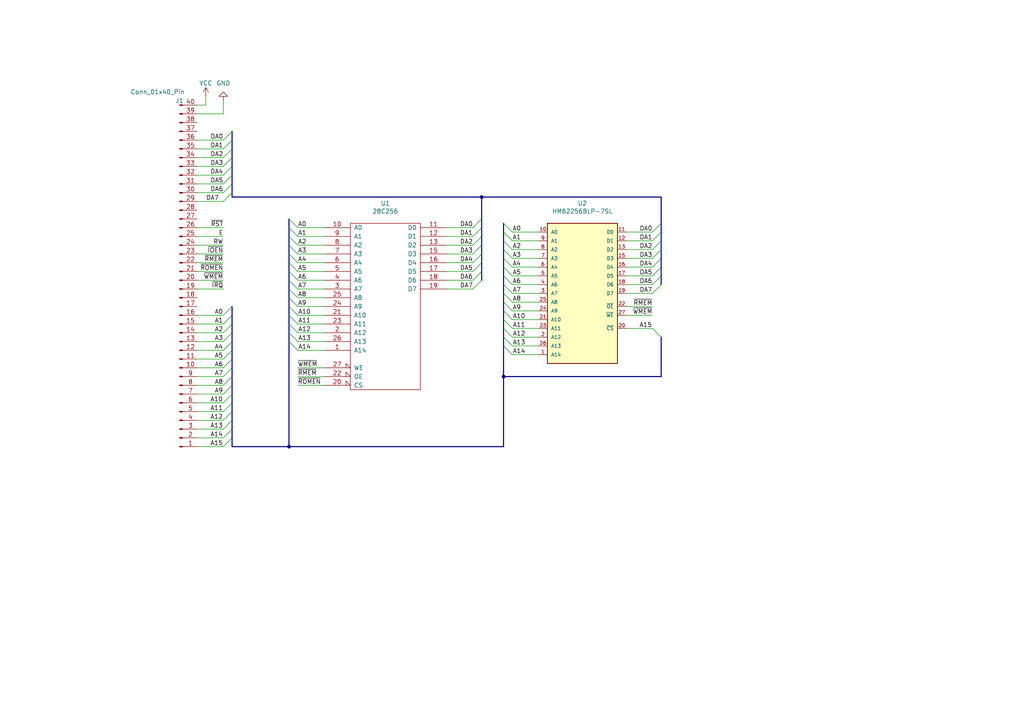
<source format=kicad_sch>
(kicad_sch (version 20230121) (generator eeschema)
  (paper "A4")
  (lib_symbols
    (symbol "Connector:Conn_01x40_Pin" (pin_names (offset 1.016) hide)
      (property "Reference" "J" (at 0 50.8 0))
      (property "Value" "Conn_01x40_Pin" (at 0 -53.34 0))
      (symbol "Conn_01x40_Pin_1_1"
        (polyline (pts (xy 1.27 -50.8) (xy 0.8636 -50.8)) (stroke (width 0.1524)))
        (polyline (pts (xy 1.27 -48.26) (xy 0.8636 -48.26)) (stroke (width 0.1524)))
        (polyline (pts (xy 1.27 -45.72) (xy 0.8636 -45.72)) (stroke (width 0.1524)))
        (polyline (pts (xy 1.27 -43.18) (xy 0.8636 -43.18)) (stroke (width 0.1524)))
        (polyline (pts (xy 1.27 -40.64) (xy 0.8636 -40.64)) (stroke (width 0.1524)))
        (polyline (pts (xy 1.27 -38.1) (xy 0.8636 -38.1)) (stroke (width 0.1524)))
        (polyline (pts (xy 1.27 -35.56) (xy 0.8636 -35.56)) (stroke (width 0.1524)))
        (polyline (pts (xy 1.27 -33.02) (xy 0.8636 -33.02)) (stroke (width 0.1524)))
        (polyline (pts (xy 1.27 -30.48) (xy 0.8636 -30.48)) (stroke (width 0.1524)))
        (polyline (pts (xy 1.27 -27.94) (xy 0.8636 -27.94)) (stroke (width 0.1524)))
        (polyline (pts (xy 1.27 -25.4) (xy 0.8636 -25.4)) (stroke (width 0.1524)))
        (polyline (pts (xy 1.27 -22.86) (xy 0.8636 -22.86)) (stroke (width 0.1524)))
        (polyline (pts (xy 1.27 -20.32) (xy 0.8636 -20.32)) (stroke (width 0.1524)))
        (polyline (pts (xy 1.27 -17.78) (xy 0.8636 -17.78)) (stroke (width 0.1524)))
        (polyline (pts (xy 1.27 -15.24) (xy 0.8636 -15.24)) (stroke (width 0.1524)))
        (polyline (pts (xy 1.27 -12.7) (xy 0.8636 -12.7)) (stroke (width 0.1524)))
        (polyline (pts (xy 1.27 -10.16) (xy 0.8636 -10.16)) (stroke (width 0.1524)))
        (polyline (pts (xy 1.27 -7.62) (xy 0.8636 -7.62)) (stroke (width 0.1524)))
        (polyline (pts (xy 1.27 -5.08) (xy 0.8636 -5.08)) (stroke (width 0.1524)))
        (polyline (pts (xy 1.27 -2.54) (xy 0.8636 -2.54)) (stroke (width 0.1524)))
        (polyline (pts (xy 1.27 0) (xy 0.8636 0)) (stroke (width 0.1524)))
        (polyline (pts (xy 1.27 2.54) (xy 0.8636 2.54)) (stroke (width 0.1524)))
        (polyline (pts (xy 1.27 5.08) (xy 0.8636 5.08)) (stroke (width 0.1524)))
        (polyline (pts (xy 1.27 7.62) (xy 0.8636 7.62)) (stroke (width 0.1524)))
        (polyline (pts (xy 1.27 10.16) (xy 0.8636 10.16)) (stroke (width 0.1524)))
        (polyline (pts (xy 1.27 12.7) (xy 0.8636 12.7)) (stroke (width 0.1524)))
        (polyline (pts (xy 1.27 15.24) (xy 0.8636 15.24)) (stroke (width 0.1524)))
        (polyline (pts (xy 1.27 17.78) (xy 0.8636 17.78)) (stroke (width 0.1524)))
        (polyline (pts (xy 1.27 20.32) (xy 0.8636 20.32)) (stroke (width 0.1524)))
        (polyline (pts (xy 1.27 22.86) (xy 0.8636 22.86)) (stroke (width 0.1524)))
        (polyline (pts (xy 1.27 25.4) (xy 0.8636 25.4)) (stroke (width 0.1524)))
        (polyline (pts (xy 1.27 27.94) (xy 0.8636 27.94)) (stroke (width 0.1524)))
        (polyline (pts (xy 1.27 30.48) (xy 0.8636 30.48)) (stroke (width 0.1524)))
        (polyline (pts (xy 1.27 33.02) (xy 0.8636 33.02)) (stroke (width 0.1524)))
        (polyline (pts (xy 1.27 35.56) (xy 0.8636 35.56)) (stroke (width 0.1524)))
        (polyline (pts (xy 1.27 38.1) (xy 0.8636 38.1)) (stroke (width 0.1524)))
        (polyline (pts (xy 1.27 40.64) (xy 0.8636 40.64)) (stroke (width 0.1524)))
        (polyline (pts (xy 1.27 43.18) (xy 0.8636 43.18)) (stroke (width 0.1524)))
        (polyline (pts (xy 1.27 45.72) (xy 0.8636 45.72)) (stroke (width 0.1524)))
        (polyline (pts (xy 1.27 48.26) (xy 0.8636 48.26)) (stroke (width 0.1524)))
        (rectangle (start 0.8636 -50.673) (end 0 -50.927) (stroke (width 0.1524)) (fill (type outline)))
        (rectangle (start 0.8636 -48.133) (end 0 -48.387) (stroke (width 0.1524)) (fill (type outline)))
        (rectangle (start 0.8636 -45.593) (end 0 -45.847) (stroke (width 0.1524)) (fill (type outline)))
        (rectangle (start 0.8636 -43.053) (end 0 -43.307) (stroke (width 0.1524)) (fill (type outline)))
        (rectangle (start 0.8636 -40.513) (end 0 -40.767) (stroke (width 0.1524)) (fill (type outline)))
        (rectangle (start 0.8636 -37.973) (end 0 -38.227) (stroke (width 0.1524)) (fill (type outline)))
        (rectangle (start 0.8636 -35.433) (end 0 -35.687) (stroke (width 0.1524)) (fill (type outline)))
        (rectangle (start 0.8636 -32.893) (end 0 -33.147) (stroke (width 0.1524)) (fill (type outline)))
        (rectangle (start 0.8636 -30.353) (end 0 -30.607) (stroke (width 0.1524)) (fill (type outline)))
        (rectangle (start 0.8636 -27.813) (end 0 -28.067) (stroke (width 0.1524)) (fill (type outline)))
        (rectangle (start 0.8636 -25.273) (end 0 -25.527) (stroke (width 0.1524)) (fill (type outline)))
        (rectangle (start 0.8636 -22.733) (end 0 -22.987) (stroke (width 0.1524)) (fill (type outline)))
        (rectangle (start 0.8636 -20.193) (end 0 -20.447) (stroke (width 0.1524)) (fill (type outline)))
        (rectangle (start 0.8636 -17.653) (end 0 -17.907) (stroke (width 0.1524)) (fill (type outline)))
        (rectangle (start 0.8636 -15.113) (end 0 -15.367) (stroke (width 0.1524)) (fill (type outline)))
        (rectangle (start 0.8636 -12.573) (end 0 -12.827) (stroke (width 0.1524)) (fill (type outline)))
        (rectangle (start 0.8636 -10.033) (end 0 -10.287) (stroke (width 0.1524)) (fill (type outline)))
        (rectangle (start 0.8636 -7.493) (end 0 -7.747) (stroke (width 0.1524)) (fill (type outline)))
        (rectangle (start 0.8636 -4.953) (end 0 -5.207) (stroke (width 0.1524)) (fill (type outline)))
        (rectangle (start 0.8636 -2.413) (end 0 -2.667) (stroke (width 0.1524)) (fill (type outline)))
        (rectangle (start 0.8636 0.127) (end 0 -0.127) (stroke (width 0.1524)) (fill (type outline)))
        (rectangle (start 0.8636 2.667) (end 0 2.413) (stroke (width 0.1524)) (fill (type outline)))
        (rectangle (start 0.8636 5.207) (end 0 4.953) (stroke (width 0.1524)) (fill (type outline)))
        (rectangle (start 0.8636 7.747) (end 0 7.493) (stroke (width 0.1524)) (fill (type outline)))
        (rectangle (start 0.8636 10.287) (end 0 10.033) (stroke (width 0.1524)) (fill (type outline)))
        (rectangle (start 0.8636 12.827) (end 0 12.573) (stroke (width 0.1524)) (fill (type outline)))
        (rectangle (start 0.8636 15.367) (end 0 15.113) (stroke (width 0.1524)) (fill (type outline)))
        (rectangle (start 0.8636 17.907) (end 0 17.653) (stroke (width 0.1524)) (fill (type outline)))
        (rectangle (start 0.8636 20.447) (end 0 20.193) (stroke (width 0.1524)) (fill (type outline)))
        (rectangle (start 0.8636 22.987) (end 0 22.733) (stroke (width 0.1524)) (fill (type outline)))
        (rectangle (start 0.8636 25.527) (end 0 25.273) (stroke (width 0.1524)) (fill (type outline)))
        (rectangle (start 0.8636 28.067) (end 0 27.813) (stroke (width 0.1524)) (fill (type outline)))
        (rectangle (start 0.8636 30.607) (end 0 30.353) (stroke (width 0.1524)) (fill (type outline)))
        (rectangle (start 0.8636 33.147) (end 0 32.893) (stroke (width 0.1524)) (fill (type outline)))
        (rectangle (start 0.8636 35.687) (end 0 35.433) (stroke (width 0.1524)) (fill (type outline)))
        (rectangle (start 0.8636 38.227) (end 0 37.973) (stroke (width 0.1524)) (fill (type outline)))
        (rectangle (start 0.8636 40.767) (end 0 40.513) (stroke (width 0.1524)) (fill (type outline)))
        (rectangle (start 0.8636 43.307) (end 0 43.053) (stroke (width 0.1524)) (fill (type outline)))
        (rectangle (start 0.8636 45.847) (end 0 45.593) (stroke (width 0.1524)) (fill (type outline)))
        (rectangle (start 0.8636 48.387) (end 0 48.133) (stroke (width 0.1524)) (fill (type outline)))
        (pin passive line (at 5.08 48.26 180) (length 3.81) (name "Pin_1") (number "1"))
        (pin passive line (at 5.08 25.4 180) (length 3.81) (name "Pin_10") (number "10"))
        (pin passive line (at 5.08 22.86 180) (length 3.81) (name "Pin_11") (number "11"))
        (pin passive line (at 5.08 20.32 180) (length 3.81) (name "Pin_12") (number "12"))
        (pin passive line (at 5.08 17.78 180) (length 3.81) (name "Pin_13") (number "13"))
        (pin passive line (at 5.08 15.24 180) (length 3.81) (name "Pin_14") (number "14"))
        (pin passive line (at 5.08 12.7 180) (length 3.81) (name "Pin_15") (number "15"))
        (pin passive line (at 5.08 10.16 180) (length 3.81) (name "Pin_16") (number "16"))
        (pin passive line (at 5.08 7.62 180) (length 3.81) (name "Pin_17") (number "17"))
        (pin passive line (at 5.08 5.08 180) (length 3.81) (name "Pin_18") (number "18"))
        (pin passive line (at 5.08 2.54 180) (length 3.81) (name "Pin_19") (number "19"))
        (pin passive line (at 5.08 45.72 180) (length 3.81) (name "Pin_2") (number "2"))
        (pin passive line (at 5.08 0 180) (length 3.81) (name "Pin_20") (number "20"))
        (pin passive line (at 5.08 -2.54 180) (length 3.81) (name "Pin_21") (number "21"))
        (pin passive line (at 5.08 -5.08 180) (length 3.81) (name "Pin_22") (number "22"))
        (pin passive line (at 5.08 -7.62 180) (length 3.81) (name "Pin_23") (number "23"))
        (pin passive line (at 5.08 -10.16 180) (length 3.81) (name "Pin_24") (number "24"))
        (pin passive line (at 5.08 -12.7 180) (length 3.81) (name "Pin_25") (number "25"))
        (pin passive line (at 5.08 -15.24 180) (length 3.81) (name "Pin_26") (number "26"))
        (pin passive line (at 5.08 -17.78 180) (length 3.81) (name "Pin_27") (number "27"))
        (pin passive line (at 5.08 -20.32 180) (length 3.81) (name "Pin_28") (number "28"))
        (pin passive line (at 5.08 -22.86 180) (length 3.81) (name "Pin_29") (number "29"))
        (pin passive line (at 5.08 43.18 180) (length 3.81) (name "Pin_3") (number "3"))
        (pin passive line (at 5.08 -25.4 180) (length 3.81) (name "Pin_30") (number "30"))
        (pin passive line (at 5.08 -27.94 180) (length 3.81) (name "Pin_31") (number "31"))
        (pin passive line (at 5.08 -30.48 180) (length 3.81) (name "Pin_32") (number "32"))
        (pin passive line (at 5.08 -33.02 180) (length 3.81) (name "Pin_33") (number "33"))
        (pin passive line (at 5.08 -35.56 180) (length 3.81) (name "Pin_34") (number "34"))
        (pin passive line (at 5.08 -38.1 180) (length 3.81) (name "Pin_35") (number "35"))
        (pin passive line (at 5.08 -40.64 180) (length 3.81) (name "Pin_36") (number "36"))
        (pin passive line (at 5.08 -43.18 180) (length 3.81) (name "Pin_37") (number "37"))
        (pin passive line (at 5.08 -45.72 180) (length 3.81) (name "Pin_38") (number "38"))
        (pin passive line (at 5.08 -48.26 180) (length 3.81) (name "Pin_39") (number "39"))
        (pin passive line (at 5.08 40.64 180) (length 3.81) (name "Pin_4") (number "4"))
        (pin passive line (at 5.08 -50.8 180) (length 3.81) (name "Pin_40") (number "40"))
        (pin passive line (at 5.08 38.1 180) (length 3.81) (name "Pin_5") (number "5"))
        (pin passive line (at 5.08 35.56 180) (length 3.81) (name "Pin_6") (number "6"))
        (pin passive line (at 5.08 33.02 180) (length 3.81) (name "Pin_7") (number "7"))
        (pin passive line (at 5.08 30.48 180) (length 3.81) (name "Pin_8") (number "8"))
        (pin passive line (at 5.08 27.94 180) (length 3.81) (name "Pin_9") (number "9"))
      )
    )
    (symbol "memory:28C256" (pin_names (offset 1.016))
      (property "Reference" "U" (at 5.08 25.4 0))
      (property "Value" "28C256" (at 7.62 -25.4 0))
      (symbol "28C256_0_0"
        (pin power_in line (at 0 -25.4 90) (length 1.27) hide (name "GND") (number "14"))
        (pin power_in line (at 0 25.4 270) (length 1.27) hide (name "VCC") (number "28"))
      )
      (symbol "28C256_0_1"
        (rectangle (start -10.16 24.13) (end 10.16 -24.13))
      )
      (symbol "28C256_1_1"
        (pin input line (at -17.78 -12.7 0) (length 7.62) (name "A14") (number "1"))
        (pin input line (at -17.78 22.86 0) (length 7.62) (name "A0") (number "10"))
        (pin tri_state line (at 17.78 22.86 180) (length 7.62) (name "D0") (number "11"))
        (pin tri_state line (at 17.78 20.32 180) (length 7.62) (name "D1") (number "12"))
        (pin tri_state line (at 17.78 17.78 180) (length 7.62) (name "D2") (number "13"))
        (pin tri_state line (at 17.78 15.24 180) (length 7.62) (name "D3") (number "15"))
        (pin tri_state line (at 17.78 12.7 180) (length 7.62) (name "D4") (number "16"))
        (pin tri_state line (at 17.78 10.16 180) (length 7.62) (name "D5") (number "17"))
        (pin tri_state line (at 17.78 7.62 180) (length 7.62) (name "D6") (number "18"))
        (pin tri_state line (at 17.78 5.08 180) (length 7.62) (name "D7") (number "19"))
        (pin input line (at -17.78 -7.62 0) (length 7.62) (name "A12") (number "2"))
        (pin input input_low (at -17.78 -22.86 0) (length 7.62) (name "CS") (number "20"))
        (pin input line (at -17.78 -2.54 0) (length 7.62) (name "A10") (number "21"))
        (pin input input_low (at -17.78 -20.32 0) (length 7.62) (name "OE") (number "22"))
        (pin input line (at -17.78 -5.08 0) (length 7.62) (name "A11") (number "23"))
        (pin input line (at -17.78 0 0) (length 7.62) (name "A9") (number "24"))
        (pin input line (at -17.78 2.54 0) (length 7.62) (name "A8") (number "25"))
        (pin input line (at -17.78 -10.16 0) (length 7.62) (name "A13") (number "26"))
        (pin input input_low (at -17.78 -17.78 0) (length 7.62) (name "WE") (number "27"))
        (pin input line (at -17.78 5.08 0) (length 7.62) (name "A7") (number "3"))
        (pin input line (at -17.78 7.62 0) (length 7.62) (name "A6") (number "4"))
        (pin input line (at -17.78 10.16 0) (length 7.62) (name "A5") (number "5"))
        (pin input line (at -17.78 12.7 0) (length 7.62) (name "A4") (number "6"))
        (pin input line (at -17.78 15.24 0) (length 7.62) (name "A3") (number "7"))
        (pin input line (at -17.78 17.78 0) (length 7.62) (name "A2") (number "8"))
        (pin input line (at -17.78 20.32 0) (length 7.62) (name "A1") (number "9"))
      )
    )
    (symbol "memory:HM62256BLP-7SL" (pin_names (offset 1.016))
      (property "Reference" "U" (at -7.62 22.86 0))
      (property "Value" "HM62256BLP-7SL" (at 10.16 -20.32 0))
      (symbol "HM62256BLP-7SL_0_0"
        (pin power_in line (at 0 -20.32 90) (length 1.27) hide (name "GND") (number "14"))
        (pin power_in line (at 0 22.86 270) (length 1.27) hide (name "VCC") (number "28"))
      )
      (symbol "HM62256BLP-7SL_0_1"
        (rectangle (start -10.16 21.59) (end 10.16 -19.05) (stroke (width 0.254)) (fill (type background)))
      )
      (symbol "HM62256BLP-7SL_1_1"
        (pin input line (at -12.7 -16.51 0) (length 2.54) (name "A14") (number "1"))
        (pin input line (at -12.7 19.05 0) (length 2.54) (name "A0") (number "10"))
        (pin tri_state line (at 12.7 19.05 180) (length 2.54) (name "D0") (number "11"))
        (pin tri_state line (at 12.7 16.51 180) (length 2.54) (name "D1") (number "12"))
        (pin tri_state line (at 12.7 13.97 180) (length 2.54) (name "D2") (number "13"))
        (pin tri_state line (at 12.7 11.43 180) (length 2.54) (name "D3") (number "15"))
        (pin tri_state line (at 12.7 8.89 180) (length 2.54) (name "D4") (number "16"))
        (pin tri_state line (at 12.7 6.35 180) (length 2.54) (name "D5") (number "17"))
        (pin tri_state line (at 12.7 3.81 180) (length 2.54) (name "D6") (number "18"))
        (pin tri_state line (at 12.7 1.27 180) (length 2.54) (name "D7") (number "19"))
        (pin input line (at -12.7 -11.43 0) (length 2.54) (name "A12") (number "2"))
        (pin input line (at 12.7 -8.89 180) (length 2.54) (name "~{CS}") (number "20"))
        (pin input line (at -12.7 -6.35 0) (length 2.54) (name "A10") (number "21"))
        (pin input line (at 12.7 -2.54 180) (length 2.54) (name "~{OE}") (number "22"))
        (pin input line (at -12.7 -8.89 0) (length 2.54) (name "A11") (number "23"))
        (pin input line (at -12.7 -3.81 0) (length 2.54) (name "A9") (number "24"))
        (pin input line (at -12.7 -1.27 0) (length 2.54) (name "A8") (number "25"))
        (pin input line (at -12.7 -13.97 0) (length 2.54) (name "A13") (number "26"))
        (pin input line (at 12.7 -5.08 180) (length 2.54) (name "~{WE}") (number "27"))
        (pin input line (at -12.7 1.27 0) (length 2.54) (name "A7") (number "3"))
        (pin input line (at -12.7 3.81 0) (length 2.54) (name "A6") (number "4"))
        (pin input line (at -12.7 6.35 0) (length 2.54) (name "A5") (number "5"))
        (pin input line (at -12.7 8.89 0) (length 2.54) (name "A4") (number "6"))
        (pin input line (at -12.7 11.43 0) (length 2.54) (name "A3") (number "7"))
        (pin input line (at -12.7 13.97 0) (length 2.54) (name "A2") (number "8"))
        (pin input line (at -12.7 16.51 0) (length 2.54) (name "A1") (number "9"))
      )
    )
    (symbol "power:GND" (power) (pin_names (offset 0))
      (property "Value" "GND" (at 0 -3.81 0))
      (symbol "GND_0_1"
        (polyline (pts (xy 0 0) (xy 0 -1.27) (xy 1.27 -1.27) (xy 0 -2.54) (xy -1.27 -1.27) (xy 0 -1.27)))
      )
      (symbol "GND_1_1"
        (pin power_in line (at 0 0 270) (length 0) hide (name "GND") (number "1"))
      )
    )
    (symbol "power:VCC" (power) (pin_names (offset 0))
      (property "Value" "VCC" (at 0 3.81 0))
      (symbol "VCC_0_1"
        (polyline (pts (xy -0.762 1.27) (xy 0 2.54)))
        (polyline (pts (xy 0 0) (xy 0 2.54)))
        (polyline (pts (xy 0 2.54) (xy 0.762 1.27)))
      )
      (symbol "VCC_1_1"
        (pin power_in line (at 0 0 90) (length 0) hide (name "VCC") (number "1"))
      )
    )
  )
  (junction (at 139.7 57.15))
  (junction (at 146.05 109.22))
  (junction (at 83.82 129.54))
  (bus_entry (at 146.05 85.09) (size 2.54 2.54))
  (bus_entry (at 146.05 80.01) (size 2.54 2.54))
  (bus_entry (at 67.31 104.14) (size -2.54 2.54))
  (bus_entry (at 64.77 45.72) (size 2.54 -2.54))
  (bus_entry (at 189.23 77.47) (size 2.54 -2.54))
  (bus_entry (at 67.31 124.46) (size -2.54 2.54))
  (bus_entry (at 64.77 58.42) (size 2.54 -2.54))
  (bus_entry (at 83.82 99.06) (size 2.54 2.54))
  (bus_entry (at 64.77 40.64) (size 2.54 -2.54))
  (bus_entry (at 83.82 86.36) (size 2.54 2.54))
  (bus_entry (at 137.16 81.28) (size 2.54 -2.54))
  (bus_entry (at 146.05 92.71) (size 2.54 2.54))
  (bus_entry (at 83.82 73.66) (size 2.54 2.54))
  (bus_entry (at 67.31 121.92) (size -2.54 2.54))
  (bus_entry (at 137.16 71.12) (size 2.54 -2.54))
  (bus_entry (at 146.05 67.31) (size 2.54 2.54))
  (bus_entry (at 67.31 114.3) (size -2.54 2.54))
  (bus_entry (at 83.82 81.28) (size 2.54 2.54))
  (bus_entry (at 137.16 76.2) (size 2.54 -2.54))
  (bus_entry (at 146.05 72.39) (size 2.54 2.54))
  (bus_entry (at 137.16 78.74) (size 2.54 -2.54))
  (bus_entry (at 189.23 74.93) (size 2.54 -2.54))
  (bus_entry (at 67.31 127) (size -2.54 2.54))
  (bus_entry (at 83.82 66.04) (size 2.54 2.54))
  (bus_entry (at 67.31 116.84) (size -2.54 2.54))
  (bus_entry (at 83.82 91.44) (size 2.54 2.54))
  (bus_entry (at 146.05 90.17) (size 2.54 2.54))
  (bus_entry (at 64.77 43.18) (size 2.54 -2.54))
  (bus_entry (at 67.31 109.22) (size -2.54 2.54))
  (bus_entry (at 64.77 55.88) (size 2.54 -2.54))
  (bus_entry (at 67.31 111.76) (size -2.54 2.54))
  (bus_entry (at 67.31 106.68) (size -2.54 2.54))
  (bus_entry (at 83.82 78.74) (size 2.54 2.54))
  (bus_entry (at 83.82 63.5) (size 2.54 2.54))
  (bus_entry (at 146.05 100.33) (size 2.54 2.54))
  (bus_entry (at 146.05 69.85) (size 2.54 2.54))
  (bus_entry (at 191.77 97.79) (size -2.54 -2.54))
  (bus_entry (at 146.05 77.47) (size 2.54 2.54))
  (bus_entry (at 67.31 101.6) (size -2.54 2.54))
  (bus_entry (at 137.16 73.66) (size 2.54 -2.54))
  (bus_entry (at 137.16 83.82) (size 2.54 -2.54))
  (bus_entry (at 146.05 74.93) (size 2.54 2.54))
  (bus_entry (at 146.05 87.63) (size 2.54 2.54))
  (bus_entry (at 189.23 85.09) (size 2.54 -2.54))
  (bus_entry (at 64.77 53.34) (size 2.54 -2.54))
  (bus_entry (at 189.23 72.39) (size 2.54 -2.54))
  (bus_entry (at 83.82 93.98) (size 2.54 2.54))
  (bus_entry (at 83.82 96.52) (size 2.54 2.54))
  (bus_entry (at 146.05 64.77) (size 2.54 2.54))
  (bus_entry (at 146.05 95.25) (size 2.54 2.54))
  (bus_entry (at 189.23 67.31) (size 2.54 -2.54))
  (bus_entry (at 83.82 76.2) (size 2.54 2.54))
  (bus_entry (at 64.77 48.26) (size 2.54 -2.54))
  (bus_entry (at 146.05 97.79) (size 2.54 2.54))
  (bus_entry (at 67.31 119.38) (size -2.54 2.54))
  (bus_entry (at 137.16 66.04) (size 2.54 -2.54))
  (bus_entry (at 83.82 88.9) (size 2.54 2.54))
  (bus_entry (at 67.31 88.9) (size -2.54 2.54))
  (bus_entry (at 146.05 82.55) (size 2.54 2.54))
  (bus_entry (at 137.16 68.58) (size 2.54 -2.54))
  (bus_entry (at 67.31 93.98) (size -2.54 2.54))
  (bus_entry (at 83.82 71.12) (size 2.54 2.54))
  (bus_entry (at 67.31 91.44) (size -2.54 2.54))
  (bus_entry (at 189.23 69.85) (size 2.54 -2.54))
  (bus_entry (at 67.31 96.52) (size -2.54 2.54))
  (bus_entry (at 67.31 99.06) (size -2.54 2.54))
  (bus_entry (at 64.77 50.8) (size 2.54 -2.54))
  (bus_entry (at 189.23 80.01) (size 2.54 -2.54))
  (bus_entry (at 83.82 68.58) (size 2.54 2.54))
  (bus_entry (at 189.23 82.55) (size 2.54 -2.54))
  (bus_entry (at 83.82 83.82) (size 2.54 2.54))
  (wire (pts (xy 64.77 81.28) (xy 57.15 81.28)))
  (wire (pts (xy 148.59 67.31) (xy 156.21 67.31)))
  (bus (pts (xy 67.31 40.64) (xy 67.31 43.18)))
  (bus (pts (xy 83.82 73.66) (xy 83.82 71.12)))
  (bus (pts (xy 146.05 80.01) (xy 146.05 77.47)))
  (wire (pts (xy 64.77 114.3) (xy 57.15 114.3)))
  (wire (pts (xy 148.59 95.25) (xy 156.21 95.25)))
  (wire (pts (xy 64.77 53.34) (xy 57.15 53.34)))
  (wire (pts (xy 64.77 93.98) (xy 57.15 93.98)))
  (wire (pts (xy 189.23 72.39) (xy 181.61 72.39)))
  (bus (pts (xy 83.82 129.54) (xy 146.05 129.54)))
  (wire (pts (xy 189.23 69.85) (xy 181.61 69.85)))
  (bus (pts (xy 67.31 57.15) (xy 139.7 57.15)))
  (bus (pts (xy 191.77 74.93) (xy 191.77 77.47)))
  (wire (pts (xy 86.36 66.04) (xy 93.98 66.04)))
  (wire (pts (xy 137.16 66.04) (xy 129.54 66.04)))
  (bus (pts (xy 191.77 72.39) (xy 191.77 74.93)))
  (wire (pts (xy 137.16 83.82) (xy 129.54 83.82)))
  (bus (pts (xy 139.7 57.15) (xy 139.7 63.5)))
  (bus (pts (xy 83.82 88.9) (xy 83.82 86.36)))
  (wire (pts (xy 189.23 82.55) (xy 181.61 82.55)))
  (wire (pts (xy 64.77 71.12) (xy 57.15 71.12)))
  (wire (pts (xy 148.59 85.09) (xy 156.21 85.09)))
  (bus (pts (xy 139.7 68.58) (xy 139.7 71.12)))
  (wire (pts (xy 64.77 101.6) (xy 57.15 101.6)))
  (wire (pts (xy 86.36 83.82) (xy 93.98 83.82)))
  (wire (pts (xy 148.59 90.17) (xy 156.21 90.17)))
  (bus (pts (xy 67.31 114.3) (xy 67.31 111.76)))
  (bus (pts (xy 83.82 91.44) (xy 83.82 88.9)))
  (bus (pts (xy 67.31 104.14) (xy 67.31 101.6)))
  (wire (pts (xy 86.36 78.74) (xy 93.98 78.74)))
  (wire (pts (xy 86.36 106.68) (xy 93.98 106.68)))
  (wire (pts (xy 148.59 82.55) (xy 156.21 82.55)))
  (wire (pts (xy 148.59 77.47) (xy 156.21 77.47)))
  (wire (pts (xy 148.59 69.85) (xy 156.21 69.85)))
  (wire (pts (xy 64.77 116.84) (xy 57.15 116.84)))
  (bus (pts (xy 146.05 74.93) (xy 146.05 72.39)))
  (bus (pts (xy 67.31 111.76) (xy 67.31 109.22)))
  (bus (pts (xy 146.05 85.09) (xy 146.05 82.55)))
  (wire (pts (xy 148.59 92.71) (xy 156.21 92.71)))
  (bus (pts (xy 67.31 119.38) (xy 67.31 116.84)))
  (wire (pts (xy 64.77 76.2) (xy 57.15 76.2)))
  (bus (pts (xy 139.7 71.12) (xy 139.7 73.66)))
  (wire (pts (xy 64.77 121.92) (xy 57.15 121.92)))
  (bus (pts (xy 146.05 87.63) (xy 146.05 85.09)))
  (wire (pts (xy 86.36 86.36) (xy 93.98 86.36)))
  (wire (pts (xy 86.36 73.66) (xy 93.98 73.66)))
  (bus (pts (xy 139.7 63.5) (xy 139.7 66.04)))
  (wire (pts (xy 189.23 88.9) (xy 181.61 88.9)))
  (bus (pts (xy 67.31 99.06) (xy 67.31 96.52)))
  (bus (pts (xy 139.7 66.04) (xy 139.7 68.58)))
  (bus (pts (xy 83.82 83.82) (xy 83.82 81.28)))
  (bus (pts (xy 67.31 106.68) (xy 67.31 104.14)))
  (bus (pts (xy 146.05 92.71) (xy 146.05 90.17)))
  (wire (pts (xy 137.16 81.28) (xy 129.54 81.28)))
  (wire (pts (xy 86.36 88.9) (xy 93.98 88.9)))
  (wire (pts (xy 137.16 68.58) (xy 129.54 68.58)))
  (wire (pts (xy 86.36 93.98) (xy 93.98 93.98)))
  (wire (pts (xy 189.23 95.25) (xy 181.61 95.25)))
  (wire (pts (xy 137.16 71.12) (xy 129.54 71.12)))
  (wire (pts (xy 189.23 85.09) (xy 181.61 85.09)))
  (bus (pts (xy 83.82 99.06) (xy 83.82 96.52)))
  (wire (pts (xy 64.77 129.54) (xy 57.15 129.54)))
  (bus (pts (xy 146.05 100.33) (xy 146.05 97.79)))
  (wire (pts (xy 64.77 109.22) (xy 57.15 109.22)))
  (bus (pts (xy 67.31 38.1) (xy 67.31 40.64)))
  (bus (pts (xy 83.82 71.12) (xy 83.82 68.58)))
  (bus (pts (xy 146.05 69.85) (xy 146.05 67.31)))
  (bus (pts (xy 67.31 43.18) (xy 67.31 45.72)))
  (wire (pts (xy 64.77 48.26) (xy 57.15 48.26)))
  (bus (pts (xy 83.82 68.58) (xy 83.82 66.04)))
  (wire (pts (xy 64.77 124.46) (xy 57.15 124.46)))
  (wire (pts (xy 64.77 33.02) (xy 57.15 33.02)))
  (wire (pts (xy 57.15 58.42) (xy 64.77 58.42)))
  (bus (pts (xy 139.7 57.15) (xy 191.77 57.15)))
  (wire (pts (xy 86.36 109.22) (xy 93.98 109.22)))
  (bus (pts (xy 191.77 97.79) (xy 191.77 109.22)))
  (bus (pts (xy 67.31 129.54) (xy 67.31 127)))
  (wire (pts (xy 64.77 111.76) (xy 57.15 111.76)))
  (wire (pts (xy 64.77 73.66) (xy 57.15 73.66)))
  (bus (pts (xy 146.05 82.55) (xy 146.05 80.01)))
  (bus (pts (xy 191.77 67.31) (xy 191.77 69.85)))
  (wire (pts (xy 148.59 97.79) (xy 156.21 97.79)))
  (wire (pts (xy 64.77 106.68) (xy 57.15 106.68)))
  (wire (pts (xy 148.59 80.01) (xy 156.21 80.01)))
  (bus (pts (xy 146.05 95.25) (xy 146.05 97.79)))
  (wire (pts (xy 64.77 83.82) (xy 57.15 83.82)))
  (wire (pts (xy 64.77 40.64) (xy 57.15 40.64)))
  (bus (pts (xy 146.05 90.17) (xy 146.05 87.63)))
  (wire (pts (xy 64.77 43.18) (xy 57.15 43.18)))
  (wire (pts (xy 189.23 77.47) (xy 181.61 77.47)))
  (bus (pts (xy 67.31 48.26) (xy 67.31 50.8)))
  (wire (pts (xy 86.36 99.06) (xy 93.98 99.06)))
  (bus (pts (xy 146.05 77.47) (xy 146.05 74.93)))
  (bus (pts (xy 67.31 109.22) (xy 67.31 106.68)))
  (wire (pts (xy 86.36 76.2) (xy 93.98 76.2)))
  (bus (pts (xy 191.77 57.15) (xy 191.77 64.77)))
  (bus (pts (xy 83.82 93.98) (xy 83.82 96.52)))
  (bus (pts (xy 139.7 78.74) (xy 139.7 81.28)))
  (wire (pts (xy 59.69 30.48) (xy 57.15 30.48)))
  (bus (pts (xy 67.31 93.98) (xy 67.31 91.44)))
  (bus (pts (xy 83.82 93.98) (xy 83.82 91.44)))
  (wire (pts (xy 64.77 96.52) (xy 57.15 96.52)))
  (wire (pts (xy 189.23 74.93) (xy 181.61 74.93)))
  (wire (pts (xy 148.59 100.33) (xy 156.21 100.33)))
  (bus (pts (xy 83.82 81.28) (xy 83.82 78.74)))
  (bus (pts (xy 67.31 119.38) (xy 67.31 121.92)))
  (bus (pts (xy 83.82 76.2) (xy 83.82 73.66)))
  (bus (pts (xy 83.82 99.06) (xy 83.82 129.54)))
  (bus (pts (xy 139.7 76.2) (xy 139.7 78.74)))
  (bus (pts (xy 67.31 96.52) (xy 67.31 93.98)))
  (wire (pts (xy 64.77 104.14) (xy 57.15 104.14)))
  (bus (pts (xy 146.05 95.25) (xy 146.05 92.71)))
  (bus (pts (xy 83.82 129.54) (xy 67.31 129.54)))
  (wire (pts (xy 148.59 74.93) (xy 156.21 74.93)))
  (wire (pts (xy 64.77 127) (xy 57.15 127)))
  (wire (pts (xy 137.16 76.2) (xy 129.54 76.2)))
  (wire (pts (xy 64.77 33.02) (xy 64.77 29.21)))
  (wire (pts (xy 189.23 80.01) (xy 181.61 80.01)))
  (bus (pts (xy 67.31 53.34) (xy 67.31 55.88)))
  (bus (pts (xy 146.05 109.22) (xy 146.05 100.33)))
  (wire (pts (xy 86.36 71.12) (xy 93.98 71.12)))
  (wire (pts (xy 86.36 101.6) (xy 93.98 101.6)))
  (wire (pts (xy 189.23 67.31) (xy 181.61 67.31)))
  (wire (pts (xy 189.23 91.44) (xy 181.61 91.44)))
  (bus (pts (xy 67.31 45.72) (xy 67.31 48.26)))
  (wire (pts (xy 64.77 68.58) (xy 57.15 68.58)))
  (bus (pts (xy 191.77 64.77) (xy 191.77 67.31)))
  (bus (pts (xy 146.05 67.31) (xy 146.05 64.77)))
  (bus (pts (xy 67.31 50.8) (xy 67.31 53.34)))
  (wire (pts (xy 148.59 87.63) (xy 156.21 87.63)))
  (wire (pts (xy 64.77 55.88) (xy 57.15 55.88)))
  (wire (pts (xy 86.36 111.76) (xy 93.98 111.76)))
  (wire (pts (xy 137.16 78.74) (xy 129.54 78.74)))
  (bus (pts (xy 67.31 91.44) (xy 67.31 88.9)))
  (bus (pts (xy 139.7 73.66) (xy 139.7 76.2)))
  (bus (pts (xy 67.31 124.46) (xy 67.31 121.92)))
  (wire (pts (xy 64.77 66.04) (xy 57.15 66.04)))
  (bus (pts (xy 67.31 116.84) (xy 67.31 114.3)))
  (wire (pts (xy 148.59 72.39) (xy 156.21 72.39)))
  (bus (pts (xy 83.82 78.74) (xy 83.82 76.2)))
  (wire (pts (xy 64.77 45.72) (xy 57.15 45.72)))
  (bus (pts (xy 191.77 77.47) (xy 191.77 80.01)))
  (bus (pts (xy 67.31 55.88) (xy 67.31 57.15)))
  (wire (pts (xy 64.77 99.06) (xy 57.15 99.06)))
  (bus (pts (xy 83.82 66.04) (xy 83.82 63.5)))
  (wire (pts (xy 86.36 96.52) (xy 93.98 96.52)))
  (wire (pts (xy 148.59 102.87) (xy 156.21 102.87)))
  (wire (pts (xy 64.77 78.74) (xy 57.15 78.74)))
  (bus (pts (xy 67.31 127) (xy 67.31 124.46)))
  (wire (pts (xy 64.77 50.8) (xy 57.15 50.8)))
  (wire (pts (xy 64.77 91.44) (xy 57.15 91.44)))
  (bus (pts (xy 146.05 129.54) (xy 146.05 109.22)))
  (wire (pts (xy 59.69 27.94) (xy 59.69 30.48)))
  (bus (pts (xy 83.82 86.36) (xy 83.82 83.82)))
  (wire (pts (xy 86.36 91.44) (xy 93.98 91.44)))
  (wire (pts (xy 64.77 119.38) (xy 57.15 119.38)))
  (bus (pts (xy 67.31 101.6) (xy 67.31 99.06)))
  (wire (pts (xy 86.36 68.58) (xy 93.98 68.58)))
  (wire (pts (xy 137.16 73.66) (xy 129.54 73.66)))
  (bus (pts (xy 146.05 72.39) (xy 146.05 69.85)))
  (wire (pts (xy 86.36 81.28) (xy 93.98 81.28)))
  (bus (pts (xy 191.77 80.01) (xy 191.77 82.55)))
  (bus (pts (xy 191.77 109.22) (xy 146.05 109.22)))
  (bus (pts (xy 191.77 69.85) (xy 191.77 72.39)))
  (label "A14" (at 90.17 101.6 180))
  (label "A3" (at 62.23 99.06 0))
  (label "A1" (at 62.23 93.98 0))
  (label "DA1" (at 189.23 69.85 180))
  (label "~{ROMEN}" (at 64.77 78.74 180))
  (label "DA1" (at 64.77 43.18 180))
  (label "A4" (at 88.9 76.2 180))
  (label "A3" (at 151.13 74.93 180))
  (label "A5" (at 62.23 104.14 0))
  (label "A9" (at 88.9 88.9 180))
  (label "DA4" (at 64.77 50.8 180))
  (label "DA3" (at 189.23 74.93 180))
  (label "~{RMEM}" (at 189.23 88.9 180))
  (label "DA4" (at 137.16 76.2 180))
  (label "DA7" (at 137.16 83.82 180))
  (label "DA4" (at 189.23 77.47 180))
  (label "DA1" (at 137.16 68.58 180))
  (label "RW" (at 64.77 71.12 180))
  (label "~{WMEM}" (at 64.77 81.28 180))
  (label "A10" (at 90.17 91.44 180))
  (label "A4" (at 151.13 77.47 180))
  (label "~{WMEM}" (at 86.36 106.68 0))
  (label "A0" (at 62.23 91.44 0))
  (label "A11" (at 152.4 95.25 180))
  (label "DA5" (at 64.77 53.34 180))
  (label "A13" (at 60.96 124.46 0))
  (label "A5" (at 88.9 78.74 180))
  (label "A15" (at 60.96 129.54 0))
  (label "~{IRQ}" (at 64.77 83.82 180))
  (label "A11" (at 60.96 119.38 0))
  (label "DA2" (at 189.23 72.39 180))
  (label "DA5" (at 137.16 78.74 180))
  (label "A3" (at 88.9 73.66 180))
  (label "A6" (at 62.23 106.68 0))
  (label "DA2" (at 64.77 45.72 180))
  (label "A14" (at 152.4 102.87 180))
  (label "A7" (at 151.13 85.09 180))
  (label "A2" (at 88.9 71.12 180))
  (label "A7" (at 88.9 83.82 180))
  (label "A2" (at 151.13 72.39 180))
  (label "A15" (at 185.42 95.25 0))
  (label "~{WMEM}" (at 189.23 91.44 180))
  (label "A5" (at 151.13 80.01 180))
  (label "A13" (at 152.4 100.33 180))
  (label "A14" (at 60.96 127 0))
  (label "A8" (at 62.23 111.76 0))
  (label "A6" (at 151.13 82.55 180))
  (label "A8" (at 88.9 86.36 180))
  (label "A13" (at 90.17 99.06 180))
  (label "E" (at 64.77 68.58 180))
  (label "DA6" (at 137.16 81.28 180))
  (label "A12" (at 152.4 97.79 180))
  (label "DA6" (at 189.23 82.55 180))
  (label "DA2" (at 137.16 71.12 180))
  (label "A9" (at 151.13 90.17 180))
  (label "A6" (at 88.9 81.28 180))
  (label "~{RMEM}" (at 64.77 76.2 180))
  (label "A2" (at 62.23 96.52 0))
  (label "DA6" (at 64.77 55.88 180))
  (label "A4" (at 62.23 101.6 0))
  (label "DA7" (at 63.5 58.42 180))
  (label "DA0" (at 137.16 66.04 180))
  (label "A10" (at 60.96 116.84 0))
  (label "A8" (at 151.13 87.63 180))
  (label "DA0" (at 64.77 40.64 180))
  (label "DA3" (at 64.77 48.26 180))
  (label "A0" (at 151.13 67.31 180))
  (label "A1" (at 88.9 68.58 180))
  (label "DA7" (at 189.23 85.09 180))
  (label "DA5" (at 189.23 80.01 180))
  (label "DA3" (at 137.16 73.66 180))
  (label "A12" (at 90.17 96.52 180))
  (label "~{RST}" (at 64.77 66.04 180))
  (label "DA0" (at 189.23 67.31 180))
  (label "A1" (at 151.13 69.85 180))
  (label "~{RMEM}" (at 86.36 109.22 0))
  (label "A11" (at 90.17 93.98 180))
  (label "A7" (at 62.23 109.22 0))
  (label "A0" (at 88.9 66.04 180))
  (label "A10" (at 152.4 92.71 180))
  (label "~{ROMEN}" (at 86.36 111.76 0))
  (label "A12" (at 60.96 121.92 0))
  (label "A9" (at 62.23 114.3 0))
  (label "~{IOEN}" (at 64.77 73.66 180))
  (symbol (lib_id "memory:HM62256BLP-7SL") (at 168.91 86.36 0) (unit 1)
    (property "Reference" "U2" (at 168.91 58.9788 0))
    (property "Value" "HM62256BLP-7SL" (at 168.91 61.2902 0))
    (property "Footprint" "Package_DIP:DIP-28_W15.24mm" (effects hide))
  )
  (symbol (lib_id "Connector:Conn_01x40_Pin") (at 52.07 81.28 0) (mirror x) (unit 1)
    (property "Reference" "J1" (at 52.07 29.21 0))
    (property "Value" "Conn_01x40_Pin" (at 45.72 26.67 0))
    (property "Footprint" "Connector_PinHeader_2.54mm:PinHeader_1x40_P2.54mm_Vertical" (effects hide))
  )
  (symbol (lib_id "memory:28C256") (at 111.76 88.9 0) (unit 1)
    (property "Reference" "U1" (at 111.76 58.9788 0))
    (property "Value" "28C256" (at 111.76 61.2902 0))
    (property "Footprint" "Package_DIP:DIP-28_W15.24mm" (effects hide))
  )
  (symbol (lib_id "power:VCC") (at 59.69 27.94 0) (unit 1)
    (property "Reference" "#PWR03" (effects hide))
    (property "Value" "VCC" (at 59.69 24.13 0))
  )
  (symbol (lib_id "power:GND") (at 64.77 29.21 180) (unit 1)
    (property "Reference" "#PWR01" (effects hide))
    (property "Value" "GND" (at 64.77 24.13 0))
  )
)
</source>
